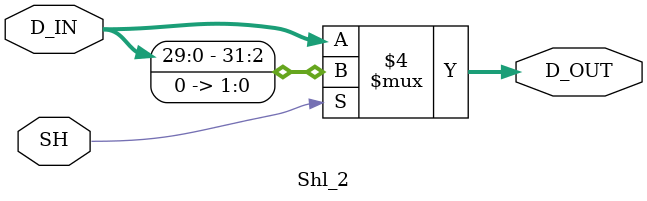
<source format=v>
`timescale 1 ns/1 ns

module Shl_2(SH, D_IN, D_OUT);
	input  SH;
	input  [31:0] D_IN;
	output [31:0] D_OUT;
	reg    [31:0] D_OUT;

	// CombLogic
	always @(SH, D_IN) begin
		if(SH == 1'b1)
			D_OUT <= {D_IN[29:0], 2'b00};
		else
			D_OUT <= D_IN;
	end
endmodule
</source>
